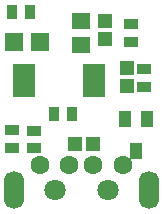
<source format=gbr>
G04 #@! TF.FileFunction,Soldermask,Top*
%FSLAX46Y46*%
G04 Gerber Fmt 4.6, Leading zero omitted, Abs format (unit mm)*
G04 Created by KiCad (PCBNEW 4.0.7) date 09/14/17 09:13:08*
%MOMM*%
%LPD*%
G01*
G04 APERTURE LIST*
%ADD10C,0.100000*%
%ADD11R,1.150000X1.200000*%
%ADD12R,0.900000X1.300000*%
%ADD13R,1.300000X0.900000*%
%ADD14R,1.200000X1.150000*%
%ADD15R,1.650000X1.400000*%
%ADD16R,1.600000X1.600000*%
%ADD17C,1.600000*%
%ADD18C,1.800000*%
%ADD19O,1.700000X3.200000*%
%ADD20R,1.000000X1.400000*%
%ADD21R,1.850000X0.850000*%
G04 APERTURE END LIST*
D10*
D11*
X149400000Y-87250000D03*
X149400000Y-85750000D03*
D12*
X144768000Y-89662000D03*
X143268000Y-89662000D03*
D13*
X150876000Y-85864000D03*
X150876000Y-87364000D03*
X149725000Y-82025000D03*
X149725000Y-83525000D03*
X139700000Y-91020200D03*
X139700000Y-92520200D03*
X141503400Y-92545600D03*
X141503400Y-91045600D03*
D12*
X139712000Y-81026000D03*
X141212000Y-81026000D03*
D14*
X145046000Y-92202000D03*
X146546000Y-92202000D03*
D11*
X147574000Y-81800000D03*
X147574000Y-83300000D03*
D15*
X145542000Y-83804000D03*
X145542000Y-81804000D03*
D16*
X139870000Y-83566000D03*
X142070000Y-83566000D03*
D17*
X142042000Y-93980000D03*
X144542000Y-93980000D03*
X146542000Y-93980000D03*
X149042000Y-93980000D03*
D18*
X147792000Y-96080000D03*
X143292000Y-96080000D03*
D19*
X151242000Y-96080000D03*
X139842000Y-96080000D03*
D20*
X151130000Y-90043000D03*
X149230000Y-90043000D03*
X150180000Y-92743000D03*
D21*
X140700000Y-85875000D03*
X140700000Y-86525000D03*
X140700000Y-87175000D03*
X140700000Y-87825000D03*
X146600000Y-87825000D03*
X146600000Y-87175000D03*
X146600000Y-86525000D03*
X146600000Y-85875000D03*
M02*

</source>
